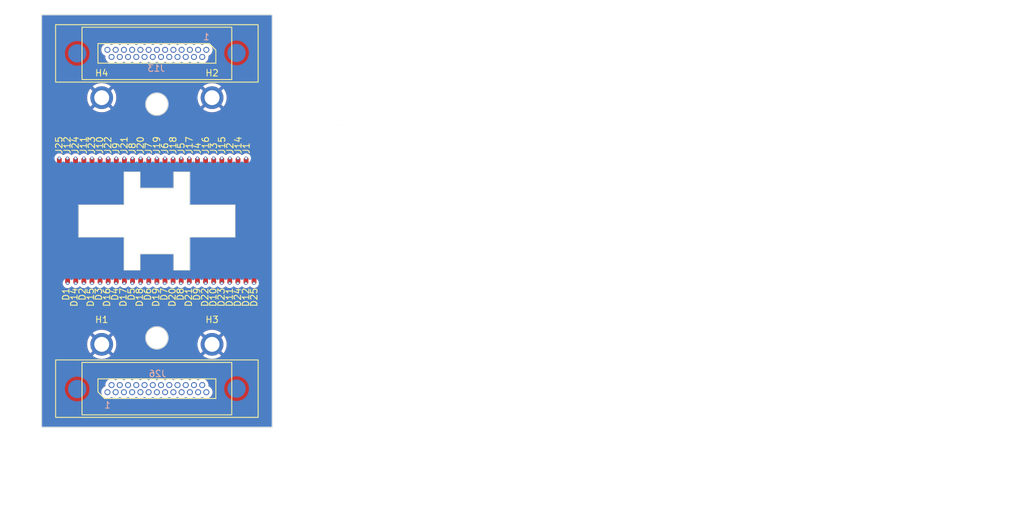
<source format=kicad_pcb>
(kicad_pcb (version 20221018) (generator pcbnew)
  (layers (0 "F.Cu" signal) (1 "In1.Cu" signal) (2 "In2.Cu" signal) (31 "B.Cu" signal) (34 "B.Paste" user) (35 "F.Paste" user) (36 "B.SilkS" user "B.Silkscreen") (37 "F.SilkS" user "F.Silkscreen") (38 "B.Mask" user) (39 "F.Mask" user) (44 "Edge.Cuts" user))
  (net 0 "")
  (net 1 "GND")
  (net 2 "Net-(J1-Pin_1)")
  (net 3 "Net-(J2-Pin_1)")
  (net 4 "Net-(J3-Pin_1)")
  (net 5 "Net-(J5-Pin_1)")
  (net 6 "Net-(J7-Pin_1)")
  (net 7 "Net-(J9-Pin_1)")
  (net 8 "Net-(J10-Pin_1)")
  (net 9 "Net-(J11-Pin_1)")
  (net 10 "Net-(J12-Pin_1)")
  (net 11 "Net-(D1-Pin_1)")
  (net 12 "Net-(D2-Pin_1)")
  (net 13 "Net-(D3-Pin_1)")
  (net 14 "Net-(D4-Pin_1)")
  (net 15 "Net-(D5-Pin_1)")
  (net 16 "Net-(D6-Pin_1)")
  (net 17 "Net-(D7-Pin_1)")
  (net 18 "Net-(D8-Pin_1)")
  (net 19 "Net-(D9-Pin_1)")
  (net 20 "Net-(D10-Pin_1)")
  (net 21 "Net-(D11-Pin_1)")
  (net 22 "Net-(D12-Pin_1)")
  (net 23 "Net-(D14-Pin_1)")
  (net 24 "Net-(D15-Pin_1)")
  (net 25 "Net-(D16-Pin_1)")
  (net 26 "Net-(D17-Pin_1)")
  (net 27 "Net-(D18-Pin_1)")
  (net 28 "Net-(D19-Pin_1)")
  (net 29 "Net-(D20-Pin_1)")
  (net 30 "Net-(D21-Pin_1)")
  (net 31 "Net-(D22-Pin_1)")
  (net 32 "Net-(D23-Pin_1)")
  (net 33 "Net-(D24-Pin_1)")
  (net 34 "Net-(D25-Pin_1)")
  (net 35 "Net-(J4-Pin_1)")
  (net 36 "Net-(J6-Pin_1)")
  (net 37 "Net-(J8-Pin_1)")
  (net 39 "Net-(J13-P14)")
  (net 40 "Net-(J13-P15)")
  (net 41 "Net-(J13-P16)")
  (net 42 "Net-(J13-P17)")
  (net 43 "Net-(J13-P18)")
  (net 44 "Net-(J13-P19)")
  (net 45 "Net-(J13-P20)")
  (net 46 "Net-(J13-P21)")
  (net 47 "Net-(J13-P22)")
  (net 48 "Net-(J13-P23)")
  (net 49 "Net-(J13-P24)")
  (net 50 "Net-(J13-P25)")
  (footprint "0_footprint_Library:SolderWirePad_1x01_SMD_0.5x0.5mm" (layer "F.Cu") (at 22.75 22.675 180)
    (fp_text reference "J17" (at 0.005448 2.62619 90) (layer "F.SilkS"))
    (fp_text value "Conn_01x01_Socket")
    (pad "1" smd rect (at 0 0 180) (size 0.75 1.2) (layers "F.Cu" "F.Paste" "F.Mask") (net 42 "Net-(J13-P17)"))
  )
  (footprint "0_footprint_Library:SolderWirePad_1x01_SMD_0.5x0.5mm" (layer "F.Cu") (at 21.5 22.675 180)
    (fp_text reference "J5" (at 0.009795 2.15 90) (layer "F.SilkS"))
    (fp_text value "Conn_01x01_Socket")
    (pad "1" smd rect (at 0 0 180) (size 0.75 1.2) (layers "F.Cu" "F.Paste" "F.Mask") (net 5 "Net-(J5-Pin_1)"))
  )
  (footprint "0_footprint_Library:SolderWirePad_1x01_SMD_0.5x0.5mm" (layer "F.Cu") (at 28.97 40.75 180)
    (fp_text reference "D11" (at 0.03913 -2.76 90) (layer "F.SilkS"))
    (fp_text value "Conn_01x01_Socket")
    (pad "1" smd rect (at 0 0 180) (size 0.75 1.2) (layers "F.Cu" "F.Paste" "F.Mask") (net 21 "Net-(D11-Pin_1)"))
  )
  (footprint "0_footprint_Library:SolderWirePad_1x01_SMD_0.5x0.5mm" (layer "F.Cu") (at 21.5 40.75 180)
    (fp_text reference "D8" (at 0.12652 -2.28381 90) (layer "F.SilkS"))
    (fp_text value "Conn_01x01_Socket")
    (pad "1" smd rect (at 0 0 180) (size 0.75 1.2) (layers "F.Cu" "F.Paste" "F.Mask") (net 18 "Net-(D8-Pin_1)"))
  )
  (footprint "0_footprint_Library:SolderWirePad_1x01_SMD_0.5x0.5mm" (layer "F.Cu") (at 25.25 40.75 180)
    (fp_text reference "D22" (at 0.097825 -2.76 90) (layer "F.SilkS"))
    (fp_text value "Conn_01x01_Socket")
    (pad "1" smd rect (at 0 0 180) (size 0.75 1.2) (layers "F.Cu" "F.Paste" "F.Mask") (net 31 "Net-(D22-Pin_1)"))
  )
  (footprint "0_footprint_Library:SolderWirePad_1x01_SMD_0.5x0.5mm" (layer "F.Cu") (at 5.25 40.75 180)
    (fp_text reference "D14" (at 0.250865 -2.76 90) (layer "F.SilkS"))
    (fp_text value "Conn_01x01_Socket")
    (pad "1" smd rect (at 0 0 180) (size 0.75 1.2) (layers "F.Cu" "F.Paste" "F.Mask") (net 23 "Net-(D14-Pin_1)"))
  )
  (footprint "0_footprint_Library:SolderWirePad_1x01_SMD_0.5x0.5mm" (layer "F.Cu") (at 16.5 40.75 180)
    (fp_text reference "D6" (at 0.16478 -2.28381 90) (layer "F.SilkS"))
    (fp_text value "Conn_01x01_Socket")
    (pad "1" smd rect (at 0 0 180) (size 0.75 1.2) (layers "F.Cu" "F.Paste" "F.Mask") (net 16 "Net-(D6-Pin_1)"))
  )
  (footprint "0_footprint_Library:SolderWirePad_1x01_SMD_0.5x0.5mm" (layer "F.Cu") (at 15.25 22.675 180)
    (fp_text reference "J20" (at 0.03153 2.62619 90) (layer "F.SilkS"))
    (fp_text value "Conn_01x01_Socket")
    (pad "1" smd rect (at 0 0 180) (size 0.75 1.2) (layers "F.Cu" "F.Paste" "F.Mask") (net 45 "Net-(J13-P20)"))
  )
  (footprint "0_footprint_Library:SolderWirePad_1x01_SMD_0.5x0.5mm" (layer "F.Cu") (at 5.22 22.675)
    (fp_text reference "J24" (at -0.036306 -2.62619 90) (layer "F.SilkS"))
    (fp_text value "Conn_01x01_Socket")
    (pad "1" smd rect (at 0 0) (size 0.75 1.2) (layers "F.Cu" "F.Paste" "F.Mask") (net 49 "Net-(J13-P24)"))
  )
  (footprint "0_footprint_Library:MountingHole_3mm_2-56_DIN965_Pad" (layer "F.Cu") (at 9.25 50.75)
    (fp_text reference "H1" (at 0 -3.8) (layer "F.SilkS"))
    (fp_text value "MountingHole_Pad")
    (pad "1" thru_hole circle (at 0 0) (size 3.5 3.5) (drill 2.3) (layers "*.Cu" "*.Mask") (net 1 "GND"))
  )
  (footprint "0_footprint_Library:SolderWirePad_1x01_SMD_0.5x0.5mm" (layer "F.Cu") (at 10.25 40.75 180)
    (fp_text reference "D16" (at 0.212605 -2.76 90) (layer "F.SilkS"))
    (fp_text value "Conn_01x01_Socket")
    (pad "1" smd rect (at 0 0 180) (size 0.75 1.2) (layers "F.Cu" "F.Paste" "F.Mask") (net 25 "Net-(D16-Pin_1)"))
  )
  (footprint "0_footprint_Library:SolderWirePad_1x01_SMD_0.5x0.5mm" (layer "F.Cu") (at 9 22.675 180)
    (fp_text reference "J10" (at 0.053265 2.62619 90) (layer "F.SilkS"))
    (fp_text value "Conn_01x01_Socket")
    (pad "1" smd rect (at 0 0 180) (size 0.75 1.2) (layers "F.Cu" "F.Paste" "F.Mask") (net 8 "Net-(J10-Pin_1)"))
  )
  (footprint "0_footprint_Library:SolderWirePad_1x01_SMD_0.5x0.5mm" (layer "F.Cu") (at 26.5 22.675 180)
    (fp_text reference "J3" (at -0.007593 2.15 90) (layer "F.SilkS"))
    (fp_text value "Conn_01x01_Socket")
    (pad "1" smd rect (at 0 0 180) (size 0.75 1.2) (layers "F.Cu" "F.Paste" "F.Mask") (net 4 "Net-(J3-Pin_1)"))
  )
  (footprint "0_footprint_Library:MountingHole_3mm_2-56_DIN965_Pad" (layer "F.Cu") (at 9.25 12.75)
    (fp_text reference "H4" (at 0 -3.8) (layer "F.SilkS"))
    (fp_text value "MountingHole_Pad")
    (pad "1" thru_hole circle (at 0 0) (size 3.5 3.5) (drill 2.3) (layers "*.Cu" "*.Mask") (net 1 "GND"))
  )
  (footprint "0_footprint_Library:SolderWirePad_1x01_SMD_0.5x0.5mm" (layer "F.Cu") (at 14 22.675 180)
    (fp_text reference "J8" (at 0.035877 2.15 90) (layer "F.SilkS"))
    (fp_text value "Conn_01x01_Socket")
    (pad "1" smd rect (at 0 0 180) (size 0.75 1.2) (layers "F.Cu" "F.Paste" "F.Mask") (net 37 "Net-(J8-Pin_1)"))
  )
  (footprint "0_footprint_Library:SolderWirePad_1x01_SMD_0.5x0.5mm" (layer "F.Cu") (at 7.75 22.675 180)
    (fp_text reference "J23" (at 0.057612 2.62619 90) (layer "F.SilkS"))
    (fp_text value "Conn_01x01_Socket")
    (pad "1" smd rect (at 0 0 180) (size 0.75 1.2) (layers "F.Cu" "F.Paste" "F.Mask") (net 48 "Net-(J13-P23)"))
  )
  (footprint "0_footprint_Library:SolderWirePad_1x01_SMD_0.5x0.5mm" (layer "F.Cu") (at 27.75 22.675 180)
    (fp_text reference "J15" (at -0.01194 2.62619 90) (layer "F.SilkS"))
    (fp_text value "Conn_01x01_Socket")
    (pad "1" smd rect (at 0 0 180) (size 0.75 1.2) (layers "F.Cu" "F.Paste" "F.Mask") (net 40 "Net-(J13-P15)"))
  )
  (footprint "0_footprint_Library:SolderWirePad_1x01_SMD_0.5x0.5mm" (layer "F.Cu") (at 2.72 22.675)
    (fp_text reference "J25" (at -0.045 -2.62619 90) (layer "F.SilkS"))
    (fp_text value "Conn_01x01_Socket")
    (pad "1" smd rect (at 0 0) (size 0.75 1.2) (layers "F.Cu" "F.Paste" "F.Mask") (net 50 "Net-(J13-P25)"))
  )
  (footprint "0_footprint_Library:MountingHole_3mm_2-56_DIN965_Pad" (layer "F.Cu") (at 26.25 50.75)
    (fp_text reference "H3" (at 0 -3.8) (layer "F.SilkS"))
    (fp_text value "MountingHole_Pad")
    (pad "1" thru_hole circle (at 0 0) (size 3.5 3.5) (drill 2.3) (layers "*.Cu" "*.Mask") (net 1 "GND"))
  )
  (footprint "0_footprint_Library:SolderWirePad_1x01_SMD_0.5x0.5mm" (layer "F.Cu") (at 14 40.75 180)
    (fp_text reference "D5" (at 0.18391 -2.28381 90) (layer "F.SilkS"))
    (fp_text value "Conn_01x01_Socket")
    (pad "1" smd rect (at 0 0 180) (size 0.75 1.2) (layers "F.Cu" "F.Paste" "F.Mask") (net 15 "Net-(D5-Pin_1)"))
  )
  (footprint "0_footprint_Library:SolderWirePad_1x01_SMD_0.5x0.5mm" (layer "F.Cu") (at 24 40.75 180)
    (fp_text reference "D9" (at 0.10739 -2.28381 90) (layer "F.SilkS"))
    (fp_text value "Conn_01x01_Socket")
    (pad "1" smd rect (at 0 0 180) (size 0.75 1.2) (layers "F.Cu" "F.Paste" "F.Mask") (net 19 "Net-(D9-Pin_1)"))
  )
  (footprint "0_footprint_Library:SolderWirePad_1x01_SMD_0.5x0.5mm" (layer "F.Cu") (at 11.5 40.75 180)
    (fp_text reference "D4" (at 0.20304 -2.28381 90) (layer "F.SilkS"))
    (fp_text value "Conn_01x01_Socket")
    (pad "1" smd rect (at 0 0 180) (size 0.75 1.2) (layers "F.Cu" "F.Paste" "F.Mask") (net 14 "Net-(D4-Pin_1)"))
  )
  (footprint "0_footprint_Library:SolderWirePad_1x01_SMD_0.5x0.5mm" (layer "F.Cu") (at 12.75 40.75 180)
    (fp_text reference "D17" (at 0.193475 -2.76 90) (layer "F.SilkS"))
    (fp_text value "Conn_01x01_Socket")
    (pad "1" smd rect (at 0 0 180) (size 0.75 1.2) (layers "F.Cu" "F.Paste" "F.Mask") (net 26 "Net-(D17-Pin_1)"))
  )
  (footprint "0_footprint_Library:SolderWirePad_1x01_SMD_0.5x0.5mm" (layer "F.Cu") (at 19 40.75 180)
    (fp_text reference "D7" (at 0.14565 -2.28381 90) (layer "F.SilkS"))
    (fp_text value "Conn_01x01_Socket")
    (pad "1" smd rect (at 0 0 180) (size 0.75 1.2) (layers "F.Cu" "F.Paste" "F.Mask") (net 17 "Net-(D7-Pin_1)"))
  )
  (footprint "0_footprint_Library:SolderWirePad_1x01_SMD_0.5x0.5mm" (layer "F.Cu") (at 17.75 40.75 180)
    (fp_text reference "D19" (at 0.155215 -2.76 90) (layer "F.SilkS"))
    (fp_text value "Conn_01x01_Socket")
    (pad "1" smd rect (at 0 0 180) (size 0.75 1.2) (layers "F.Cu" "F.Paste" "F.Mask") (net 28 "Net-(D19-Pin_1)"))
  )
  (footprint "0_footprint_Library:SolderWirePad_1x01_SMD_0.5x0.5mm" (layer "F.Cu") (at 9 40.75 180)
    (fp_text reference "D3" (at 0.22217 -2.28381 90) (layer "F.SilkS"))
    (fp_text value "Conn_01x01_Socket")
    (pad "1" smd rect (at 0 0 180) (size 0.75 1.2) (layers "F.Cu" "F.Paste" "F.Mask") (net 13 "Net-(D3-Pin_1)"))
  )
  (footprint "0_footprint_Library:SolderWirePad_1x01_SMD_0.5x0.5mm" (layer "F.Cu") (at 20.25 40.75 180)
    (fp_text reference "D20" (at 0.136085 -2.76 90) (layer "F.SilkS"))
    (fp_text value "Conn_01x01_Socket")
    (pad "1" smd rect (at 0 0 180) (size 0.75 1.2) (layers "F.Cu" "F.Paste" "F.Mask") (net 29 "Net-(D20-Pin_1)"))
  )
  (footprint "0_footprint_Library:SolderWirePad_1x01_SMD_0.5x0.5mm" (layer "F.Cu") (at 22.75 40.75 180)
    (fp_text reference "D21" (at 0.116955 -2.76 90) (layer "F.SilkS"))
    (fp_text value "Conn_01x01_Socket")
    (pad "1" smd rect (at 0 0 180) (size 0.75 1.2) (layers "F.Cu" "F.Paste" "F.Mask") (net 30 "Net-(D21-Pin_1)"))
  )
  (footprint "0_footprint_Library:SolderWirePad_1x01_SMD_0.5x0.5mm" (layer "F.Cu") (at 31.47 40.75 180)
    (fp_text reference "D12" (at 0.02 -2.76 90) (layer "F.SilkS"))
    (fp_text value "Conn_01x01_Socket")
    (pad "1" smd rect (at 0 0 180) (size 0.75 1.2) (layers "F.Cu" "F.Paste" "F.Mask") (net 22 "Net-(D12-Pin_1)"))
  )
  (footprint "0_footprint_Library:SolderWirePad_1x01_SMD_0.5x0.5mm" (layer "F.Cu") (at 24 22.675 180)
    (fp_text reference "J4" (at 0.001101 2.15 90) (layer "F.SilkS"))
    (fp_text value "Conn_01x01_Socket")
    (pad "1" smd rect (at 0 0 180) (size 0.75 1.2) (layers "F.Cu" "F.Paste" "F.Mask") (net 35 "Net-(J4-Pin_1)"))
  )
  (footprint "0_footprint_Library:SolderWirePad_1x01_SMD_0.5x0.5mm" (layer "F.Cu") (at 6.5 40.75 180)
    (fp_text reference "D2" (at 0.2413 -2.28381 90) (layer "F.SilkS"))
    (fp_text value "Conn_01x01_Socket")
    (pad "1" smd rect (at 0 0 180) (size 0.75 1.2) (layers "F.Cu" "F.Paste" "F.Mask") (net 12 "Net-(D2-Pin_1)"))
  )
  (footprint "0_footprint_Library:SolderWirePad_1x01_SMD_0.5x0.5mm" (layer "F.Cu") (at 31.5 22.675 180)
    (fp_text reference "J1" (at -0.024981 2.15 90) (layer "F.SilkS"))
    (fp_text value "Conn_01x01_Socket")
    (pad "1" smd rect (at 0 0 180) (size 0.75 1.2) (layers "F.Cu" "F.Paste" "F.Mask") (net 2 "Net-(J1-Pin_1)"))
  )
  (footprint "0_footprint_Library:SolderWirePad_1x01_SMD_0.5x0.5mm" (layer "F.Cu") (at 25.25 22.675 180)
    (fp_text reference "J16" (at -0.003246 2.62619 90) (layer "F.SilkS"))
    (fp_text value "Conn_01x01_Socket")
    (pad "1" smd rect (at 0 0 180) (size 0.75 1.2) (layers "F.Cu" "F.Paste" "F.Mask") (net 41 "Net-(J13-P16)"))
  )
  (footprint "0_footprint_Library:SolderWirePad_1x01_SMD_0.5x0.5mm" (layer "F.Cu") (at 30.25 22.675 180)
    (fp_text reference "J14" (at -0.020634 2.62619 90) (layer "F.SilkS"))
    (fp_text value "Conn_01x01_Socket")
    (pad "1" smd rect (at 0 0 180) (size 0.75 1.2) (layers "F.Cu" "F.Paste" "F.Mask") (net 39 "Net-(J13-P14)"))
  )
  (footprint "0_footprint_Library:SolderWirePad_1x01_SMD_0.5x0.5mm" (layer "F.Cu") (at 26.5 40.75 180)
    (fp_text reference "D10" (at 0.08826 -2.76 90) (layer "F.SilkS"))
    (fp_text value "Conn_01x01_Socket")
    (pad "1" smd rect (at 0 0 180) (size 0.75 1.2) (layers "F.Cu" "F.Paste" "F.Mask") (net 20 "Net-(D10-Pin_1)"))
  )
  (footprint "0_footprint_Library:SolderWirePad_1x01_SMD_0.5x0.5mm" (layer "F.Cu") (at 20.25 22.675 180)
    (fp_text reference "J18" (at 0.014142 2.62619 90) (layer "F.SilkS"))
    (fp_text value "Conn_01x01_Socket")
    (pad "1" smd rect (at 0 0 180) (size 0.75 1.2) (layers "F.Cu" "F.Paste" "F.Mask") (net 43 "Net-(J13-P18)"))
  )
  (footprint "0_footprint_Library:SolderWirePad_1x01_SMD_0.5x0.5mm" (layer "F.Cu") (at 10.25 22.675 180)
    (fp_text reference "J22" (at 0.048918 2.62619 90) (layer "F.SilkS"))
    (fp_text value "Conn_01x01_Socket")
    (pad "1" smd rect (at 0 0 180) (size 0.75 1.2) (layers "F.Cu" "F.Paste" "F.Mask") (net 47 "Net-(J13-P22)"))
  )
  (footprint "0_footprint_Library:SolderWirePad_1x01_SMD_0.5x0.5mm" (layer "F.Cu") (at 17.75 22.675 180)
    (fp_text reference "J19" (at 0.022836 2.62619 90) (layer "F.SilkS"))
    (fp_text value "Conn_01x01_Socket")
    (pad "1" smd rect (at 0 0 180) (size 0.75 1.2) (layers "F.Cu" "F.Paste" "F.Mask") (net 44 "Net-(J13-P19)"))
  )
  (footprint "0_footprint_Library:SolderWirePad_1x01_SMD_0.5x0.5mm" (layer "F.Cu") (at 32.72 40.75 180)
    (fp_text reference "D25" (at 0.010435 -2.76 90) (layer "F.SilkS"))
    (fp_text value "Conn_01x01_Socket")
    (pad "1" smd rect (at 0 0 180) (size 0.75 1.2) (layers "F.Cu" "F.Paste" "F.Mask") (net 34 "Net-(D25-Pin_1)"))
  )
  (footprint "0_footprint_Library:SolderWirePad_1x01_SMD_0.5x0.5mm" (layer "F.Cu") (at 3.97 22.675)
    (fp_text reference "J12" (at -0.040653 -2.62619 90) (layer "F.SilkS"))
    (fp_text value "Conn_01x01_Socket")
    (pad "1" smd rect (at 0 0) (size 0.75 1.2) (layers "F.Cu" "F.Paste" "F.Mask") (net 10 "Net-(J12-Pin_1)"))
  )
  (footprint "0_footprint_Library:SolderWirePad_1x01_SMD_0.5x0.5mm" (layer "F.Cu") (at 6.5 22.675)
    (fp_text reference "J11" (at -0.061959 -2.62619 90) (layer "F.SilkS"))
    (fp_text value "Conn_01x01_Socket")
    (pad "1" smd rect (at 0 0) (size 0.75 1.2) (layers "F.Cu" "F.Paste" "F.Mask") (net 9 "Net-(J11-Pin_1)"))
  )
  (footprint "0_footprint_Library:SolderWirePad_1x01_SMD_0.5x0.5mm" (layer "F.Cu") (at 27.75 40.75 180)
    (fp_text reference "D23" (at 0.078695 -2.76 90) (layer "F.SilkS"))
    (fp_text value "Conn_01x01_Socket")
    (pad "1" smd rect (at 0 0 180) (size 0.75 1.2) (layers "F.Cu" "F.Paste" "F.Mask") (net 32 "Net-(D23-Pin_1)"))
  )
  (footprint "0_footprint_Library:SolderWirePad_1x01_SMD_0.5x0.5mm" (layer "F.Cu") (at 12.75 22.675 180)
    (fp_text reference "J21" (at 0.040224 2.62619 90) (layer "F.SilkS"))
    (fp_text value "Conn_01x01_Socket")
    (pad "1" smd rect (at 0 0 180) (size 0.75 1.2) (layers "F.Cu" "F.Paste" "F.Mask") (net 46 "Net-(J13-P21)"))
  )
  (footprint "0_footprint_Library:SolderWirePad_1x01_SMD_0.5x0.5mm" (layer "F.Cu") (at 4 40.75 180)
    (fp_text reference "D1" (at 0.26043 -2.28381 90) (layer "F.SilkS"))
    (fp_text value "Conn_01x01_Socket")
    (pad "1" smd rect (at 0 0 180) (size 0.75 1.2) (layers "F.Cu" "F.Paste" "F.Mask") (net 11 "Net-(D1-Pin_1)"))
  )
  (footprint "0_footprint_Library:SolderWirePad_1x01_SMD_0.5x0.5mm" (layer "F.Cu") (at 16.5 22.675 180)
    (fp_text reference "J7" (at 0.027183 2.15 90) (layer "F.SilkS"))
    (fp_text value "Conn_01x01_Socket")
    (pad "1" smd rect (at 0 0 180) (size 0.75 1.2) (layers "F.Cu" "F.Paste" "F.Mask") (net 6 "Net-(J7-Pin_1)"))
  )
  (footprint "0_footprint_Library:SolderWirePad_1x01_SMD_0.5x0.5mm" (layer "F.Cu") (at 11.5 22.675 180)
    (fp_text reference "J9" (at 0.044571 2.15 90) (layer "F.SilkS"))
    (fp_text value "Conn_01x01_Socket")
    (pad "1" smd rect (at 0 0 180) (size 0.75 1.2) (layers "F.Cu" "F.Paste" "F.Mask") (net 7 "Net-(J9-Pin_1)"))
  )
  (footprint "0_footprint_Library:SolderWirePad_1x01_SMD_0.5x0.5mm" (layer "F.Cu") (at 19 22.675 180)
    (fp_text reference "J6" (at 0.018489 2.15 90) (layer "F.SilkS"))
    (fp_text value "Conn_01x01_Socket")
    (pad "1" smd rect (at 0 0 180) (size 0.75 1.2) (layers "F.Cu" "F.Paste" "F.Mask") (net 36 "Net-(J6-Pin_1)"))
  )
  (footprint "0_footprint_Library:SolderWirePad_1x01_SMD_0.5x0.5mm" (layer "F.Cu") (at 30.22 40.75 180)
    (fp_text reference "D24" (at 0.029565 -2.76 90) (layer "F.SilkS"))
    (fp_text value "Conn_01x01_Socket")
    (pad "1" smd rect (at 0 0 180) (size 0.75 1.2) (layers "F.Cu" "F.Paste" "F.Mask") (net 33 "Net-(D24-Pin_1)"))
  )
  (footprint "0_footprint_Library:SolderWirePad_1x01_SMD_0.5x0.5mm" (layer "F.Cu") (at 15.25 40.75 180)
    (fp_text reference "D18" (at 0.174345 -2.76 90) (layer "F.SilkS"))
    (fp_text value "Conn_01x01_Socket")
    (pad "1" smd rect (at 0 0 180) (size 0.75 1.2) (layers "F.Cu" "F.Paste" "F.Mask") (net 27 "Net-(D18-Pin_1)"))
  )
  (footprint "0_footprint_Library:SolderWirePad_1x01_SMD_0.5x0.5mm" (layer "F.Cu") (at 7.75 40.75 180)
    (fp_text reference "D15" (at 0.231735 -2.76 90) (layer "F.SilkS"))
    (fp_text value "Conn_01x01_Socket")
    (pad "1" smd rect (at 0 0 180) (size 0.75 1.2) (layers "F.Cu" "F.Paste" "F.Mask") (net 24 "Net-(D15-Pin_1)"))
  )
  (footprint "0_footprint_Library:MountingHole_3mm_2-56_DIN965_Pad" (layer "F.Cu") (at 26.25 12.75)
    (fp_text reference "H2" (at 0 -3.8) (layer "F.SilkS"))
    (fp_text value "MountingHole_Pad")
    (pad "1" thru_hole circle (at 0 0) (size 3.5 3.5) (drill 2.3) (layers "*.Cu" "*.Mask") (net 1 "GND"))
  )
  (footprint "0_footprint_Library:SolderWirePad_1x01_SMD_0.5x0.5mm" (layer "F.Cu") (at 29 22.675 180)
    (fp_text reference "J2" (at -0.016287 2.15 90) (layer "F.SilkS"))
    (fp_text value "Conn_01x01_Socket")
    (pad "1" smd rect (at 0 0 180) (size 0.75 1.2) (layers "F.Cu" "F.Paste" "F.Mask") (net 3 "Net-(J2-Pin_1)"))
  )
  (footprint "0_footprint_Library:Norcomp-380-025-113L001-microd_Updated" (layer "B.Cu") (at 17.75 5.9245 180)
    (fp_text reference "J13" (at 0.1 -2.3) (layer "B.SilkS") (effects (justify mirror)))
    (fp_text value "DB25_Plug")
    (fp_text user "1" (at -7.62 2.54) (layer "B.SilkS") (effects (justify mirror)))
    (fp_line (start -9.08 -1.51) (end 9.08 -1.51) (stroke (width 0.15)) (layer "F.SilkS"))
    (fp_line (start -9.08 0.51) (end -9.08 -1.51) (stroke (width 0.15)) (layer "F.SilkS"))
    (fp_line (start -8.08 1.51) (end -9.08 0.51) (stroke (width 0.15)) (layer "F.SilkS"))
    (fp_line (start 9.08 -1.51) (end 9.08 1.51) (stroke (width 0.15)) (layer "F.SilkS"))
    (fp_line (start 9.08 1.51) (end -8.08 1.51) (stroke (width 0.15)) (layer "F.SilkS"))
    (pad "1" thru_hole oval (at -7.62 0.55 180) (size 0.92 0.92) (drill 0.61) (layers "*.Cu" "*.Mask") (net 2 "Net-(J1-Pin_1)"))
    (pad "2" thru_hole oval (at -6.35 0.55 180) (size 0.92 0.92) (drill 0.61) (layers "*.Cu" "*.Mask") (net 3 "Net-(J2-Pin_1)"))
    (pad "3" thru_hole oval (at -5.08 0.55 180) (size 0.92 0.92) (drill 0.61) (layers "*.Cu" "*.Mask") (net 4 "Net-(J3-Pin_1)"))
    (pad "4" thru_hole oval (at -3.81 0.55 180) (size 0.92 0.92) (drill 0.61) (layers "*.Cu" "*.Mask") (net 35 "Net-(J4-Pin_1)"))
    (pad "5" thru_hole oval (at -2.54 0.55 180) (size 0.92 0.92) (drill 0.61) (layers "*.Cu" "*.Mask") (net 5 "Net-(J5-Pin_1)"))
    (pad "6" thru_hole oval (at -1.27 0.55 180) (size 0.92 0.92) (drill 0.61) (layers "*.Cu" "*.Mask") (net 36 "Net-(J6-Pin_1)"))
    (pad "7" thru_hole oval (at 0 0.55 180) (size 0.92 0.92) (drill 0.61) (layers "*.Cu" "*.Mask") (net 6 "Net-(J7-Pin_1)"))
    (pad "8" thru_hole oval (at 1.27 0.55 180) (size 0.92 0.92) (drill 0.61) (layers "*.Cu" "*.Mask") (net 37 "Net-(J8-Pin_1)"))
    (pad "9" thru_hole oval (at 2.54 0.55 180) (size 0.92 0.92) (drill 0.61) (layers "*.Cu" "*.Mask") (net 7 "Net-(J9-Pin_1)"))
    (pad "10" thru_hole oval (at 3.81 0.55 180) (size 0.92 0.92) (drill 0.61) (layers "*.Cu" "*.Mask") (net 8 "Net-(J10-Pin_1)"))
    (pad "11" thru_hole oval (at 5.08 0.55 180) (size 0.92 0.92) (drill 0.61) (layers "*.Cu" "*.Mask") (net 9 "Net-(J11-Pin_1)"))
    (pad "12" thru_hole oval (at 6.35 0.55 180) (size 0.92 0.92) (drill 0.61) (layers "*.Cu" "*.Mask") (net 10 "Net-(J12-Pin_1)"))
    (pad "13" thru_hole oval (at 7.62 0.55 180) (size 0.92 0.92) (drill 0.61) (layers "*.Cu" "*.Mask"))
    (pad "14" thru_hole oval (at -6.985 -0.55 180) (size 0.92 0.92) (drill 0.61) (layers "*.Cu" "*.Mask") (net 39 "Net-(J13-P14)"))
    (pad "15" thru_hole oval (at -5.715 -0.55 180) (size 0.92 0.92) (drill 0.61) (layers "*.Cu" "*.Mask") (net 40 "Net-(J13-P15)"))
    (pad "16" thru_hole oval (at -4.445 -0.55 180) (size 0.92 0.92) (drill 0.61) (layers "*.Cu" "*.Mask") (net 41 "Net-(J13-P16)"))
    (pad "17" thru_hole oval (at -3.175 -0.55 180) (size 0.92 0.92) (drill 0.61) (layers "*.Cu" "*.Mask") (net 42 "Net-(J13-P17)"))
    (pad "18" thru_hole oval (at -1.905 -0.55 180) (size 0.92 0.92) (drill 0.61) (layers "*.Cu" "*.Mask") (net 43 "Net-(J13-P18)"))
    (pad "19" thru_hole oval (at -0.635 -0.55 180) (size 0.92 0.92) (drill 0.61) (layers "*.Cu" "*.Mask") (net 44 "Net-(J13-P19)"))
    (pad "20" thru_hole oval (at 0.635 -0.55 180) (size 0.92 0.92) (drill 0.61) (layers "*.Cu" "*.Mask") (net 45 "Net-(J13-P20)"))
    (pad "21" thru_hole oval (at 1.905 -0.55 180) (size 0.92 0.92) (drill 0.61) (layers "*.Cu" "*.Mask") (net 46 "Net-(J13-P21)"))
    (pad "22" thru_hole oval (at 3.175 -0.55 180) (size 0.92 0.92) (drill 0.61) (layers "*.Cu" "*.Mask") (net 47 "Net-(J13-P22)"))
    (pad "23" thru_hole oval (at 4.445 -0.55 180) (size 0.92 0.92) (drill 0.61) (layers "*.Cu" "*.Mask") (net 48 "Net-(J13-P23)"))
    (pad "24" thru_hole oval (at 5.715 -0.55 180) (size 0.92 0.92) (drill 0.61) (layers "*.Cu" "*.Mask") (net 49 "Net-(J13-P24)"))
    (pad "25" thru_hole oval (at 6.985 -0.55 180) (size 0.92 0.92) (drill 0.61) (layers "*.Cu" "*.Mask") (net 50 "Net-(J13-P25)"))
    (pad "GND" smd circle (at -12.275 0.06 180) (size 2.8 2.8) (layers "B.Cu" "B.Paste" "B.Mask"))
    (pad "GND" smd circle (at 12.275 0 180) (size 2.8 2.8) (layers "B.Cu" "B.Paste" "B.Mask"))
  )
  (footprint "0_footprint_Library:Norcomp-380-025-113L001-microd_Updated" (layer "B.Cu") (at 17.75 57.5745)
    (fp_text reference "J26" (at 0.1 -2.3 180) (layer "B.SilkS") (effects (justify mirror)))
    (fp_text value "DB25_Plug")
    (fp_text user "1" (at -7.62 2.54 180) (layer "B.SilkS") (effects (justify mirror)))
    (fp_line (start -9.08 -1.51) (end 9.08 -1.51) (stroke (width 0.15)) (layer "F.SilkS"))
    (fp_line (start -9.08 0.51) (end -9.08 -1.51) (stroke (width 0.15)) (layer "F.SilkS"))
    (fp_line (start -8.08 1.51) (end -9.08 0.51) (stroke (width 0.15)) (layer "F.SilkS"))
    (fp_line (start 9.08 -1.51) (end 9.08 1.51) (stroke (width 0.15)) (layer "F.SilkS"))
    (fp_line (start 9.08 1.51) (end -8.08 1.51) (stroke (width 0.15)) (layer "F.SilkS"))
    (pad "1" thru_hole oval (at -7.62 0.55) (size 0.92 0.92) (drill 0.61) (layers "*.Cu" "*.Mask") (net 11 "Net-(D1-Pin_1)"))
    (pad "2" thru_hole oval (at -6.35 0.55) (size 0.92 0.92) (drill 0.61) (layers "*.Cu" "*.Mask") (net 12 "Net-(D2-Pin_1)"))
    (pad "3" thru_hole oval (at -5.08 0.55) (size 0.92 0.92) (drill 0.61) (layers "*.Cu" "*.Mask") (net 13 "Net-(D3-Pin_1)"))
    (pad "4" thru_hole oval (at -3.81 0.55) (size 0.92 0.92) (drill 0.61) (layers "*.Cu" "*.Mask") (net 14 "Net-(D4-Pin_1)"))
    (pad "5" thru_hole oval (at -2.54 0.55) (size 0.92 0.92) (drill 0.61) (layers "*.Cu" "*.Mask") (net 15 "Net-(D5-Pin_1)"))
    (pad "6" thru_hole oval (at -1.27 0.55) (size 0.92 0.92) (drill 0.61) (layers "*.Cu" "*.Mask") (net 16 "Net-(D6-Pin_1)"))
    (pad "7" thru_hole oval (at 0 0.55) (size 0.92 0.92) (drill 0.61) (layers "*.Cu" "*.Mask") (net 17 "Net-(D7-Pin_1)"))
    (pad "8" thru_hole oval (at 1.27 0.55) (size 0.92 0.92) (drill 0.61) (layers "*.Cu" "*.Mask") (net 18 "Net-(D8-Pin_1)"))
    (pad "9" thru_hole oval (at 2.54 0.55) (size 0.92 0.92) (drill 0.61) (layers "*.Cu" "*.Mask") (net 19 "Net-(D9-Pin_1)"))
    (pad "10" thru_hole oval (at 3.81 0.55) (size 0.92 0.92) (drill 0.61) (layers "*.Cu" "*.Mask") (net 20 "Net-(D10-Pin_1)"))
    (pad "11" thru_hole oval (at 5.08 0.55) (size 0.92 0.92) (drill 0.61) (layers "*.Cu" "*.Mask") (net 21 "Net-(D11-Pin_1)"))
    (pad "12" thru_hole oval (at 6.35 0.55) (size 0.92 0.92) (drill 0.61) (layers "*.Cu" "*.Mask") (net 22 "Net-(D12-Pin_1)"))
    (pad "13" thru_hole oval (at 7.62 0.55) (size 0.92 0.92) (drill 0.61) (layers "*.Cu" "*.Mask"))
    (pad "14" thru_hole oval (at -6.985 -0.55) (size 0.92 0.92) (drill 0.61) (layers "*.Cu" "*.Mask") (net 23 "Net-(D14-Pin_1)"))
    (pad "15" thru_hole oval (at -5.715 -0.55) (size 0.92 0.92) (drill 0.61) (layers "*.Cu" "*.Mask") (net 24 "Net-(D15-Pin_1)"))
    (pad "16" thru_hole oval (at -4.445 -0.55) (size 0.92 0.92) (drill 0.61) (layers "*.Cu" "*.Mask") (net 25 "Net-(D16-Pin_1)"))
    (pad "17" thru_hole oval (at -3.175 -0.55) (size 0.92 0.92) (drill 0.61) (layers "*.Cu" "*.Mask") (net 26 "Net-(D17-Pin_1)"))
    (pad "18" thru_hole oval (at -1.905 -0.55) (size 0.92 0.92) (drill 0.61) (layers "*.Cu" "*.Mask") (net 27 "Net-(D18-Pin_1)"))
    (pad "19" thru_hole oval (at -0.635 -0.55) (size 0.92 0.92) (drill 0.61) (layers "*.Cu" "*.Mask") (net 28 "Net-(D19-Pin_1)"))
    (pad "20" thru_hole oval (at 0.635 -0.55) (size 0.92 0.92) (drill 0.61) (layers "*.Cu" "*.Mask") (net 29 "Net-(D20-Pin_1)"))
    (pad "21" thru_hole oval (at 1.905 -0.55) (size 0.92 0.92) (drill 0.61) (layers "*.Cu" "*.Mask") (net 30 "Net-(D21-Pin_1)"))
    (pad "22" thru_hole oval (at 3.175 -0.55) (size 0.92 0.92) (drill 0.61) (layers "*.Cu" "*.Mask") (net 31 "Net-(D22-Pin_1)"))
    (pad "23" thru_hole oval (at 4.445 -0.55) (size 0.92 0.92) (drill 0.61) (layers "*.Cu" "*.Mask") (net 32 "Net-(D23-Pin_1)"))
    (pad "24" thru_hole oval (at 5.715 -0.55) (size 0.92 0.92) (drill 0.61) (layers "*.Cu" "*.Mask") (net 33 "Net-(D24-Pin_1)"))
    (pad "25" thru_hole oval (at 6.985 -0.55) (size 0.92 0.92) (drill 0.61) (layers "*.Cu" "*.Mask") (net 34 "Net-(D25-Pin_1)"))
    (pad "GND" smd circle (at -12.275 0.06) (size 2.8 2.8) (layers "B.Cu" "B.Paste" "B.Mask"))
    (pad "GND" smd circle (at 12.275 0) (size 2.8 2.8) (layers "B.Cu" "B.Paste" "B.Mask"))
  )
  (gr_rect (start 6.215 1.891) (end 29.285 9.958) (stroke (width 0.15)) (fill none) (layer "F.SilkS"))
  (gr_rect (start 2.15 53.15) (end 33.35 62) (stroke (width 0.15)) (fill none) (layer "F.SilkS"))
  (gr_rect (start 6.215 53.541) (end 29.285 61.608) (stroke (width 0.15)) (fill none) (layer "F.SilkS"))
  (gr_rect (start 2.15 1.5) (end 33.35 10.35) (stroke (width 0.15)) (fill none) (layer "F.SilkS"))
  (gr_line (start 12.68 39.33) (end 15.18 39.33) (stroke (width 0.1)) (layer "Edge.Cuts"))
  (gr_line (start 12.68 29.25) (end 12.68 24.17) (stroke (width 0.1)) (layer "Edge.Cuts"))
  (gr_line (start 0 63.5) (end 35.5 63.5) (stroke (width 0.1)) (layer "Edge.Cuts"))
  (gr_line (start 20.32 36.83) (end 20.32 39.33) (stroke (width 0.1)) (layer "Edge.Cuts"))
  (gr_line (start 22.82 34.25) (end 29.82 34.25) (stroke (width 0.1)) (layer "Edge.Cuts"))
  (gr_line (start 15.18 26.67) (end 15.18 24.17) (stroke (width 0.1)) (layer "Edge.Cuts"))
  (gr_circle (center 17.75 49.75) (end 19.477 49.75) (stroke (width 0.15)) (fill none) (layer "Edge.Cuts"))
  (gr_line (start 5.68 34.25) (end 12.68 34.25) (stroke (width 0.1)) (layer "Edge.Cuts"))
  (gr_line (start 35.5 63.5) (end 35.5 0) (stroke (width 0.1)) (layer "Edge.Cuts"))
  (gr_line (start 20.32 26.67) (end 15.18 26.67) (stroke (width 0.1)) (layer "Edge.Cuts"))
  (gr_line (start 20.32 24.17) (end 22.82 24.17) (stroke (width 0.1)) (layer "Edge.Cuts"))
  (gr_circle (center 17.75 13.75) (end 19.477 13.75) (stroke (width 0.15)) (fill none) (layer "Edge.Cuts"))
  (gr_line (start 22.82 39.33) (end 20.32 39.33) (stroke (width 0.1)) (layer "Edge.Cuts"))
  (gr_line (start 22.82 39.33) (end 22.82 34.25) (stroke (width 0.1)) (layer "Edge.Cuts"))
  (gr_line (start 12.68 39.33) (end 12.68 34.25) (stroke (width 0.1)) (layer "Edge.Cuts"))
  (gr_line (start 22.82 29.25) (end 29.82 29.25) (stroke (width 0.1)) (layer "Edge.Cuts"))
  (gr_line (start 0 0) (end 35.5 0) (stroke (width 0.1)) (layer "Edge.Cuts"))
  (gr_line (start 29.82 29.25) (end 29.82 34.25) (stroke (width 0.1)) (layer "Edge.Cuts"))
  (gr_line (start 15.18 36.83) (end 15.18 39.33) (stroke (width 0.1)) (layer "Edge.Cuts"))
  (gr_line (start 12.68 24.17) (end 15.18 24.17) (stroke (width 0.1)) (layer "Edge.Cuts"))
  (gr_line (start 0 63.5) (end 0 0) (stroke (width 0.1)) (layer "Edge.Cuts"))
  (gr_line (start 20.32 26.67) (end 20.32 24.17) (stroke (width 0.1)) (layer "Edge.Cuts"))
  (gr_line (start 22.82 29.25) (end 22.82 24.17) (stroke (width 0.1)) (layer "Edge.Cuts"))
  (gr_line (start 45.72 17.01) (end 45.72 17.01) (stroke (width 0.1)) (layer "Edge.Cuts"))
  (gr_line (start 20.32 36.83) (end 15.18 36.83) (stroke (width 0.1)) (layer "Edge.Cuts"))
  (gr_line (start 5.68 29.25) (end 5.68 34.25) (stroke (width 0.1)) (layer "Edge.Cuts"))
  (gr_line (start 5.68 29.25) (end 12.68 29.25) (stroke (width 0.1)) (layer "Edge.Cuts"))
  (via (at 31.495 22.075) (size 0.5) (drill 0.3) (layers "F.Cu" "B.Cu") (net 2))
  (via (at 28.995 22.075) (size 0.5) (drill 0.3) (layers "F.Cu" "B.Cu") (net 3))
  (via (at 26.495 22.075) (size 0.5) (drill 0.3) (layers "F.Cu" "B.Cu") (net 4))
  (via (at 21.495 22.075) (size 0.5) (drill 0.3) (layers "F.Cu" "B.Cu") (net 5))
  (via (at 16.495 22.075) (size 0.5) (drill 0.3) (layers "F.Cu" "B.Cu") (net 6))
  (via (at 11.495 22.075) (size 0.5) (drill 0.3) (layers "F.Cu" "B.Cu") (net 7))
  (via (at 8.995 22.075) (size 0.5) (drill 0.3) (layers "F.Cu" "B.Cu") (net 8))
  (via (at 6.495 22.075) (size 0.5) (drill 0.3) (layers "F.Cu" "B.Cu") (net 9))
  (via (at 3.97 22.075) (size 0.5) (drill 0.3) (layers "F.Cu" "B.Cu") (net 10))
  (via (at 3.99 41.35) (size 0.5) (drill 0.3) (layers "F.Cu" "B.Cu") (net 11))
  (via (at 6.49 41.35) (size 0.5) (drill 0.3) (layers "F.Cu" "B.Cu") (net 12))
  (via (at 9 41.35) (size 0.5) (drill 0.3) (layers "F.Cu" "B.Cu") (net 13))
  (via (at 11.47 41.35) (size 0.5) (drill 0.3) (layers "F.Cu" "B.Cu") (net 14))
  (via (at 13.97 41.35) (size 0.5) (drill 0.3) (layers "F.Cu" "B.Cu") (net 15))
  (via (at 16.48 41.35) (size 0.5) (drill 0.3) (layers "F.Cu" "B.Cu") (net 16))
  (via (at 18.95 41.35) (size 0.5) (drill 0.3) (layers "F.Cu" "B.Cu") (net 17))
  (via (at 21.45 41.35) (size 0.5) (drill 0.3) (layers "F.Cu" "B.Cu") (net 18))
  (via (at 24.01 41.34) (size 0.5) (drill 0.3) (layers "F.Cu" "B.Cu") (net 19))
  (via (at 26.49 41.34) (size 0.5) (drill 0.3) (layers "F.Cu" "B.Cu") (net 20))
  (via (at 28.96 41.34) (size 0.5) (drill 0.3) (layers "F.Cu" "B.Cu") (net 21))
  (via (at 31.46 41.34) (size 0.5) (drill 0.3) (layers "F.Cu" "B.Cu") (net 22))
  (via (at 5.24 41.35) (size 0.5) (drill 0.3) (layers "F.Cu" "B.Cu") (net 23))
  (via (at 7.74 41.35) (size 0.5) (drill 0.3) (layers "F.Cu" "B.Cu") (net 24))
  (via (at 10.25 41.35) (size 0.5) (drill 0.3) (layers "F.Cu" "B.Cu") (net 25))
  (via (at 12.72 41.35) (size 0.5) (drill 0.3) (layers "F.Cu" "B.Cu") (net 26))
  (via (at 15.22 41.35) (size 0.5) (drill 0.3) (layers "F.Cu" "B.Cu") (net 27))
  (via (at 17.73 41.35) (size 0.5) (drill 0.3) (layers "F.Cu" "B.Cu") (net 28))
  (via (at 20.2 41.35) (size 0.5) (drill 0.3) (layers "F.Cu" "B.Cu") (net 29))
  (via (at 22.7 41.35) (size 0.5) (drill 0.3) (layers "F.Cu" "B.Cu") (net 30))
  (via (at 25.26 41.34) (size 0.5) (drill 0.3) (layers "F.Cu" "B.Cu") (net 31))
  (via (at 27.74 41.34) (size 0.5) (drill 0.3) (layers "F.Cu" "B.Cu") (net 32))
  (via (at 30.21 41.34) (size 0.5) (drill 0.3) (layers "F.Cu" "B.Cu") (net 33))
  (via (at 32.71 41.34) (size 0.5) (drill 0.3) (layers "F.Cu" "B.Cu") (net 34))
  (via (at 23.995 22.075) (size 0.5) (drill 0.3) (layers "F.Cu" "B.Cu") (net 35))
  (via (at 18.995 22.075) (size 0.5) (drill 0.3) (layers "F.Cu" "B.Cu") (net 36))
  (via (at 13.995 22.075) (size 0.5) (drill 0.3) (layers "F.Cu" "B.Cu") (net 37))
  (via (at 30.245 22.075) (size 0.5) (drill 0.3) (layers "F.Cu" "B.Cu") (net 39))
  (via (at 27.745 22.075) (size 0.5) (drill 0.3) (layers "F.Cu" "B.Cu") (net 40))
  (via (at 25.245 22.075) (size 0.5) (drill 0.3) (layers "F.Cu" "B.Cu") (net 41))
  (via (at 22.745 22.075) (size 0.5) (drill 0.3) (layers "F.Cu" "B.Cu") (net 42))
  (via (at 20.245 22.075) (size 0.5) (drill 0.3) (layers "F.Cu" "B.Cu") (net 43))
  (via (at 17.745 22.075) (size 0.5) (drill 0.3) (layers "F.Cu" "B.Cu") (net 44))
  (via (at 15.245 22.075) (size 0.5) (drill 0.3) (layers "F.Cu" "B.Cu") (net 45))
  (via (at 12.72 22.075) (size 0.5) (drill 0.3) (layers "F.Cu" "B.Cu") (net 46))
  (via (at 10.245 22.075) (size 0.5) (drill 0.3) (layers "F.Cu" "B.Cu") (net 47))
  (via (at 7.745 22.075) (size 0.5) (drill 0.3) (layers "F.Cu" "B.Cu") (net 48))
  (via (at 5.22 22.075) (size 0.5) (drill 0.3) (layers "F.Cu" "B.Cu") (net 49))
  (via (at 2.72 22.075) (size 0.5) (drill 0.3) (layers "F.Cu" "B.Cu") (net 50))
  (zone (net 1) (net_name "GND") (layers "F.Cu" "In1.Cu" "In2.Cu" "B.Cu") (priority 1) (connect_pads (clearance 0.5)) (min_thickness 0.25) (fill yes (thermal_gap 0.5) (thermal_bridge_width 0.5))
    (polygon (pts (xy -5.5 -2.3) (xy 38.6 -2.2) (xy 39.1 65.1) (xy -6.42 65.19)))
  )
)
</source>
